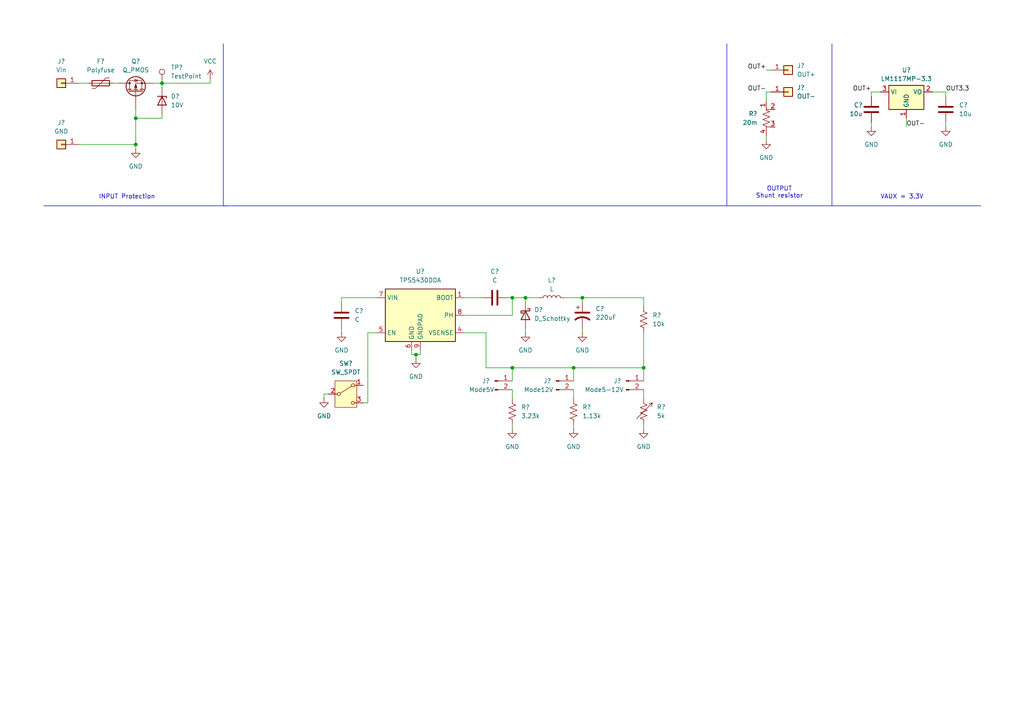
<source format=kicad_sch>
(kicad_sch (version 20250114) (generator "eeschema") (generator_version "9.0")
  (paper "A4")
  (title_block (title "TPS5430_Buck_Regulator") (rev "V1.0.0") (comment 1 "Draw by nhq") (comment 2 "Checked by ...") (comment 3 "Vin: 12-24V, Vout: 5V, 12V, 1.3V-12V"))
  (lib_symbols
    (symbol "Connector:Conn_01x02_Pin" (pin_names (offset 1.016) (hide yes))
      (property "Reference" "J" (at 0 2.54 0))
      (property "Value" "Conn_01x02_Pin" (at 0 -5.08 0))
      (symbol "Conn_01x02_Pin_1_1"
        (rectangle (start 0.8636 0.127) (end 0 -0.127) (stroke (width 0.1524)) (fill (type outline)))
        (rectangle (start 0.8636 -2.413) (end 0 -2.667) (stroke (width 0.1524)) (fill (type outline)))
        (polyline (pts (xy 1.27 0) (xy 0.8636 0)) (stroke (width 0.1524)))
        (polyline (pts (xy 1.27 -2.54) (xy 0.8636 -2.54)) (stroke (width 0.1524)))
        (pin passive line (at 5.08 0 180) (length 3.81) (name "Pin_1") (number "1"))
        (pin passive line (at 5.08 -2.54 180) (length 3.81) (name "Pin_2") (number "2"))
      )
    )
    (symbol "Connector:TestPoint" (pin_numbers (hide yes)) (pin_names (offset 0.762) (hide yes))
      (property "Reference" "TP" (at 0 6.858 0))
      (property "Value" "TestPoint" (at 0 5.08 0))
      (symbol "TestPoint_0_1"
        (circle (center 0 3.302) (radius 0.762))
      )
      (symbol "TestPoint_1_1"
        (pin passive line (at 0 0 90) (length 2.54) (name "1") (number "1"))
      )
    )
    (symbol "Connector_Generic:Conn_01x01" (pin_names (offset 1.016) (hide yes))
      (property "Reference" "J" (at 0 2.54 0))
      (property "Value" "Conn_01x01" (at 0 -2.54 0))
      (symbol "Conn_01x01_1_1"
        (rectangle (start -1.27 1.27) (end 1.27 -1.27) (stroke (width 0.254)) (fill (type background)))
        (rectangle (start -1.27 0.127) (end 0 -0.127) (stroke (width 0.1524)))
        (pin passive line (at -5.08 0 0) (length 3.81) (name "Pin_1") (number "1"))
      )
    )
    (symbol "Device:C" (pin_numbers (hide yes)) (pin_names (offset 0.254))
      (property "Reference" "C" (at 0.635 2.54 0))
      (property "Value" "C" (at 0.635 -2.54 0))
      (symbol "C_0_1"
        (polyline (pts (xy -2.032 0.762) (xy 2.032 0.762)) (stroke (width 0.508)))
        (polyline (pts (xy -2.032 -0.762) (xy 2.032 -0.762)) (stroke (width 0.508)))
      )
      (symbol "C_1_1"
        (pin passive line (at 0 3.81 270) (length 2.794) (name "~") (number "1"))
        (pin passive line (at 0 -3.81 90) (length 2.794) (name "~") (number "2"))
      )
    )
    (symbol "Device:C_Polarized_US" (pin_numbers (hide yes)) (pin_names (offset 0.254) (hide yes))
      (property "Reference" "C" (at 0.635 2.54 0))
      (property "Value" "C_Polarized_US" (at 0.635 -2.54 0))
      (symbol "C_Polarized_US_0_1"
        (polyline (pts (xy -2.032 0.762) (xy 2.032 0.762)) (stroke (width 0.508)))
        (polyline (pts (xy -1.778 2.286) (xy -0.762 2.286)))
        (polyline (pts (xy -1.27 1.778) (xy -1.27 2.794)))
        (arc (start -2.032 -1.27) (mid 0 -0.5572) (end 2.032 -1.27) (stroke (width 0.508)))
      )
      (symbol "C_Polarized_US_1_1"
        (pin passive line (at 0 3.81 270) (length 2.794) (name "~") (number "1"))
        (pin passive line (at 0 -3.81 90) (length 3.302) (name "~") (number "2"))
      )
    )
    (symbol "Device:D_Schottky" (pin_numbers (hide yes)) (pin_names (offset 1.016) (hide yes))
      (property "Reference" "D" (at 0 2.54 0))
      (property "Value" "D_Schottky" (at 0 -2.54 0))
      (symbol "D_Schottky_0_1"
        (polyline (pts (xy -1.905 0.635) (xy -1.905 1.27) (xy -1.27 1.27) (xy -1.27 -1.27) (xy -0.635 -1.27) (xy -0.635 -0.635)) (stroke (width 0.254)))
        (polyline (pts (xy 1.27 1.27) (xy 1.27 -1.27) (xy -1.27 0) (xy 1.27 1.27)) (stroke (width 0.254)))
        (polyline (pts (xy 1.27 0) (xy -1.27 0)))
      )
      (symbol "D_Schottky_1_1"
        (pin passive line (at -3.81 0 0) (length 2.54) (name "K") (number "1"))
        (pin passive line (at 3.81 0 180) (length 2.54) (name "A") (number "2"))
      )
    )
    (symbol "Device:D_Zener" (pin_numbers (hide yes)) (pin_names (offset 1.016) (hide yes))
      (property "Reference" "D" (at 0 2.54 0))
      (property "Value" "D_Zener" (at 0 -2.54 0))
      (symbol "D_Zener_0_1"
        (polyline (pts (xy -1.27 -1.27) (xy -1.27 1.27) (xy -0.762 1.27)) (stroke (width 0.254)))
        (polyline (pts (xy 1.27 0) (xy -1.27 0)))
        (polyline (pts (xy 1.27 -1.27) (xy 1.27 1.27) (xy -1.27 0) (xy 1.27 -1.27)) (stroke (width 0.254)))
      )
      (symbol "D_Zener_1_1"
        (pin passive line (at -3.81 0 0) (length 2.54) (name "K") (number "1"))
        (pin passive line (at 3.81 0 180) (length 2.54) (name "A") (number "2"))
      )
    )
    (symbol "Device:L" (pin_numbers (hide yes)) (pin_names (offset 1.016) (hide yes))
      (property "Reference" "L" (at -1.27 0 90))
      (property "Value" "L" (at 1.905 0 90))
      (symbol "L_0_1"
        (arc (start 0 2.54) (mid 0.6323 1.905) (end 0 1.27))
        (arc (start 0 1.27) (mid 0.6323 0.635) (end 0 0))
        (arc (start 0 0) (mid 0.6323 -0.635) (end 0 -1.27))
        (arc (start 0 -1.27) (mid 0.6323 -1.905) (end 0 -2.54))
      )
      (symbol "L_1_1"
        (pin passive line (at 0 3.81 270) (length 1.27) (name "1") (number "1"))
        (pin passive line (at 0 -3.81 90) (length 1.27) (name "2") (number "2"))
      )
    )
    (symbol "Device:Polyfuse" (pin_numbers (hide yes)) (pin_names (offset 0))
      (property "Reference" "F" (at -2.54 0 90))
      (property "Value" "Polyfuse" (at 2.54 0 90))
      (symbol "Polyfuse_0_1"
        (polyline (pts (xy -1.524 2.54) (xy -1.524 1.524) (xy 1.524 -1.524) (xy 1.524 -2.54)))
        (rectangle (start -0.762 2.54) (end 0.762 -2.54) (stroke (width 0.254)))
        (polyline (pts (xy 0 2.54) (xy 0 -2.54)))
      )
      (symbol "Polyfuse_1_1"
        (pin passive line (at 0 3.81 270) (length 1.27) (name "~") (number "1"))
        (pin passive line (at 0 -3.81 90) (length 1.27) (name "~") (number "2"))
      )
    )
    (symbol "Device:Q_PMOS" (pin_numbers (hide yes)) (pin_names (offset 0) (hide yes))
      (property "Reference" "Q" (at 5.08 1.27 0))
      (property "Value" "Q_PMOS" (at 5.08 -1.27 0))
      (symbol "Q_PMOS_0_1"
        (polyline (pts (xy 0.254 1.905) (xy 0.254 -1.905)) (stroke (width 0.254)))
        (polyline (pts (xy 0.254 0) (xy -2.54 0)))
        (polyline (pts (xy 0.762 2.286) (xy 0.762 1.27)) (stroke (width 0.254)))
        (polyline (pts (xy 0.762 1.778) (xy 3.302 1.778) (xy 3.302 -1.778) (xy 0.762 -1.778)))
        (polyline (pts (xy 0.762 0.508) (xy 0.762 -0.508)) (stroke (width 0.254)))
        (polyline (pts (xy 0.762 -1.27) (xy 0.762 -2.286)) (stroke (width 0.254)))
        (circle (center 1.651 0) (radius 2.794) (stroke (width 0.254)))
        (polyline (pts (xy 2.286 0) (xy 1.27 0.381) (xy 1.27 -0.381) (xy 2.286 0)) (fill (type outline)))
        (polyline (pts (xy 2.54 2.54) (xy 2.54 1.778)))
        (circle (center 2.54 1.778) (radius 0.254) (fill (type outline)))
        (circle (center 2.54 -1.778) (radius 0.254) (fill (type outline)))
        (polyline (pts (xy 2.54 -2.54) (xy 2.54 0) (xy 0.762 0)))
        (polyline (pts (xy 2.921 -0.381) (xy 3.683 -0.381)))
        (polyline (pts (xy 3.302 -0.381) (xy 2.921 0.254) (xy 3.683 0.254) (xy 3.302 -0.381)))
      )
      (symbol "Q_PMOS_1_1"
        (pin input line (at -5.08 0 0) (length 2.54) (name "G") (number "G"))
        (pin passive line (at 2.54 5.08 270) (length 2.54) (name "D") (number "D"))
        (pin passive line (at 2.54 -5.08 90) (length 2.54) (name "S") (number "S"))
      )
    )
    (symbol "Device:R_Shunt_US" (pin_names (offset 0) (hide yes))
      (property "Reference" "R" (at -5.08 0 90))
      (property "Value" "R_Shunt_US" (at -3.048 0 90))
      (symbol "R_Shunt_US_1_1"
        (polyline (pts (xy 0 2.286) (xy 0 2.54)))
        (polyline (pts (xy 0 2.286) (xy 1.016 1.905) (xy 0 1.524) (xy -1.016 1.143) (xy 0 0.762)))
        (polyline (pts (xy 0 0.762) (xy 1.016 0.381) (xy 0 0) (xy -1.016 -0.381) (xy 0 -0.762)))
        (polyline (pts (xy 0 -0.762) (xy 1.016 -1.143) (xy 0 -1.524) (xy -1.016 -1.905) (xy 0 -2.286)))
        (polyline (pts (xy 0 -2.286) (xy 0 -2.54)))
        (polyline (pts (xy 0 -2.54) (xy 1.27 -2.54)))
        (polyline (pts (xy 1.27 2.54) (xy 0 2.54)))
        (pin passive line (at 0 5.08 270) (length 2.54) (name "~") (number "1"))
        (pin passive line (at 0 -5.08 90) (length 2.54) (name "~") (number "4"))
        (pin passive line (at 2.54 2.54 180) (length 1.27) (name "~") (number "2"))
        (pin passive line (at 2.54 -2.54 180) (length 1.27) (name "~") (number "3"))
      )
    )
    (symbol "Device:R_US" (pin_numbers (hide yes)) (pin_names (offset 0))
      (property "Reference" "R" (at 2.54 0 90))
      (property "Value" "R_US" (at -2.54 0 90))
      (symbol "R_US_0_1"
        (polyline (pts (xy 0 2.286) (xy 0 2.54)))
        (polyline (pts (xy 0 2.286) (xy 1.016 1.905) (xy 0 1.524) (xy -1.016 1.143) (xy 0 0.762)))
        (polyline (pts (xy 0 0.762) (xy 1.016 0.381) (xy 0 0) (xy -1.016 -0.381) (xy 0 -0.762)))
        (polyline (pts (xy 0 -0.762) (xy 1.016 -1.143) (xy 0 -1.524) (xy -1.016 -1.905) (xy 0 -2.286)))
        (polyline (pts (xy 0 -2.286) (xy 0 -2.54)))
      )
      (symbol "R_US_1_1"
        (pin passive line (at 0 3.81 270) (length 1.27) (name "~") (number "1"))
        (pin passive line (at 0 -3.81 90) (length 1.27) (name "~") (number "2"))
      )
    )
    (symbol "Device:R_Variable_US" (pin_numbers (hide yes)) (pin_names (offset 0))
      (property "Reference" "R" (at 2.54 -2.54 90))
      (property "Value" "R_Variable_US" (at -2.54 -1.27 90))
      (symbol "R_Variable_US_0_1"
        (polyline (pts (xy 0 2.286) (xy 0 2.54)))
        (polyline (pts (xy 0 2.286) (xy 1.016 1.905) (xy 0 1.524) (xy -1.016 1.143) (xy 0 0.762)) (stroke (width 0.1524)))
        (polyline (pts (xy 0 0.762) (xy 1.016 0.381) (xy 0 0) (xy -1.016 -0.381) (xy 0 -0.762)))
        (polyline (pts (xy 0 -0.762) (xy 1.016 -1.143) (xy 0 -1.524) (xy -1.016 -1.905) (xy 0 -2.286)))
        (polyline (pts (xy 0 -2.286) (xy 0 -2.54)))
        (polyline (pts (xy 2.286 1.524) (xy 2.54 2.54) (xy 1.524 2.286) (xy 2.54 2.54) (xy -2.032 -2.032)) (stroke (width 0.1524)))
      )
      (symbol "R_Variable_US_1_1"
        (pin passive line (at 0 3.81 270) (length 1.27) (name "~") (number "1"))
        (pin passive line (at 0 -3.81 90) (length 1.27) (name "~") (number "2"))
      )
    )
    (symbol "Regulator_Linear:LM1117MP-3.3"
      (property "Reference" "U" (at -3.81 3.175 0))
      (property "Value" "LM1117MP-3.3" (at 0 3.175 0))
      (symbol "LM1117MP-3.3_0_1"
        (rectangle (start -5.08 -5.08) (end 5.08 1.905) (stroke (width 0.254)) (fill (type background)))
      )
      (symbol "LM1117MP-3.3_1_1"
        (pin power_in line (at -7.62 0 0) (length 2.54) (name "VI") (number "3"))
        (pin power_in line (at 0 -7.62 90) (length 2.54) (name "GND") (number "1"))
        (pin power_out line (at 7.62 0 180) (length 2.54) (name "VO") (number "2"))
      )
    )
    (symbol "Regulator_Switching:TPS5430DDA"
      (property "Reference" "U" (at -10.16 8.89 0))
      (property "Value" "TPS5430DDA" (at -1.27 8.89 0))
      (symbol "TPS5430DDA_0_1"
        (rectangle (start -10.16 7.62) (end 10.16 -7.62) (stroke (width 0.254)) (fill (type background)))
      )
      (symbol "TPS5430DDA_1_1"
        (pin power_in line (at -12.7 5.08 0) (length 2.54) (name "VIN") (number "7"))
        (pin input line (at -12.7 -5.08 0) (length 2.54) (name "EN") (number "5"))
        (pin no_connect line (at -10.16 2.54 0) (length 2.54) (hide yes) (name "NC") (number "2"))
        (pin no_connect line (at -10.16 -2.54 0) (length 2.54) (hide yes) (name "NC") (number "3"))
        (pin power_in line (at -2.54 -10.16 90) (length 2.54) (name "GND") (number "6"))
        (pin power_in line (at 0 -10.16 90) (length 2.54) (name "GNDPAD") (number "9"))
        (pin input line (at 12.7 5.08 180) (length 2.54) (name "BOOT") (number "1"))
        (pin output line (at 12.7 0 180) (length 2.54) (name "PH") (number "8"))
        (pin input line (at 12.7 -5.08 180) (length 2.54) (name "VSENSE") (number "4"))
      )
    )
    (symbol "Switch:SW_SPDT" (pin_names (offset 0) (hide yes))
      (property "Reference" "SW" (at 0 5.08 0))
      (property "Value" "SW_SPDT" (at 0 -5.08 0))
      (symbol "SW_SPDT_0_1"
        (circle (center -2.032 0) (radius 0.4572))
        (polyline (pts (xy -1.651 0.254) (xy 1.651 2.286)))
        (circle (center 2.032 2.54) (radius 0.4572))
        (circle (center 2.032 -2.54) (radius 0.4572))
      )
      (symbol "SW_SPDT_1_1"
        (rectangle (start -3.175 3.81) (end 3.175 -3.81) (fill (type background)))
        (pin passive line (at -5.08 0 0) (length 2.54) (name "B") (number "2"))
        (pin passive line (at 5.08 2.54 180) (length 2.54) (name "A") (number "1"))
        (pin passive line (at 5.08 -2.54 180) (length 2.54) (name "C") (number "3"))
      )
    )
    (symbol "power:GND" (power) (pin_numbers (hide yes)) (pin_names (offset 0) (hide yes))
      (property "Value" "GND" (at 0 -3.81 0))
      (symbol "GND_0_1"
        (polyline (pts (xy 0 0) (xy 0 -1.27) (xy 1.27 -1.27) (xy 0 -2.54) (xy -1.27 -1.27) (xy 0 -1.27)))
      )
      (symbol "GND_1_1"
        (pin power_in line (at 0 0 270) (length 0) (name "~") (number "1"))
      )
    )
    (symbol "power:VCC" (power) (pin_numbers (hide yes)) (pin_names (offset 0) (hide yes))
      (property "Value" "VCC" (at 0 3.556 0))
      (symbol "VCC_0_1"
        (polyline (pts (xy -0.762 1.27) (xy 0 2.54)))
        (polyline (pts (xy 0 2.54) (xy 0.762 1.27)))
        (polyline (pts (xy 0 0) (xy 0 2.54)))
      )
      (symbol "VCC_1_1"
        (pin power_in line (at 0 0 90) (length 0) (name "~") (number "1"))
      )
    )
  )
  (text "OUTPUT\nShunt resistor" (at 226.06 55.88 0) (effects (font (size 1.27 1.27) (thickness 0.1588))))
  (text "VAUX = 3.3V" (at 261.62 57.15 0) (effects (font (size 1.27 1.27) (thickness 0.1588))))
  (text "INPUT Protection" (at 36.83 57.15 0) (effects (font (size 1.27 1.27) (thickness 0.1588))))
  (junction (at 148.59 86.36))
  (junction (at 186.69 106.68))
  (junction (at 152.4 86.36))
  (junction (at 39.37 34.29))
  (junction (at 148.59 106.68))
  (junction (at 168.91 86.36))
  (junction (at 39.37 41.91))
  (junction (at 46.99 24.13))
  (junction (at 166.37 106.68))
  (junction (at 120.65 102.87))
  (polyline (pts (xy 12.7 59.69) (xy 210.82 59.69)))
  (wire (pts (xy 46.99 24.13) (xy 44.45 24.13)))
  (wire (pts (xy 105.41 116.84) (xy 106.68 116.84)))
  (wire (pts (xy 148.59 113.03) (xy 148.59 115.57)))
  (wire (pts (xy 106.68 96.52) (xy 109.22 96.52)))
  (wire (pts (xy 148.59 106.68) (xy 166.37 106.68)))
  (wire (pts (xy 222.25 39.37) (xy 222.25 40.64)))
  (wire (pts (xy 120.65 102.87) (xy 121.92 102.87)))
  (wire (pts (xy 262.89 34.29) (xy 262.89 36.83)))
  (wire (pts (xy 270.51 26.67) (xy 274.32 26.67)))
  (wire (pts (xy 140.97 96.52) (xy 134.62 96.52)))
  (wire (pts (xy 60.96 22.86) (xy 60.96 24.13)))
  (wire (pts (xy 22.86 41.91) (xy 39.37 41.91)))
  (wire (pts (xy 99.06 86.36) (xy 99.06 87.63)))
  (wire (pts (xy 148.59 91.44) (xy 148.59 86.36)))
  (wire (pts (xy 252.73 26.67) (xy 255.27 26.67)))
  (wire (pts (xy 148.59 123.19) (xy 148.59 124.46)))
  (wire (pts (xy 99.06 95.25) (xy 99.06 96.52)))
  (wire (pts (xy 186.69 96.52) (xy 186.69 106.68)))
  (wire (pts (xy 274.32 35.56) (xy 274.32 36.83)))
  (polyline (pts (xy 241.3 12.7) (xy 241.3 59.69)))
  (wire (pts (xy 120.65 102.87) (xy 120.65 104.14)))
  (wire (pts (xy 166.37 123.19) (xy 166.37 124.46)))
  (wire (pts (xy 148.59 86.36) (xy 152.4 86.36)))
  (wire (pts (xy 39.37 34.29) (xy 39.37 41.91)))
  (wire (pts (xy 274.32 26.67) (xy 274.32 27.94)))
  (wire (pts (xy 93.98 115.57) (xy 93.98 114.3)))
  (polyline (pts (xy 64.77 59.69) (xy 66.04 59.69)))
  (wire (pts (xy 186.69 86.36) (xy 168.91 86.36)))
  (wire (pts (xy 39.37 31.75) (xy 39.37 34.29)))
  (wire (pts (xy 166.37 106.68) (xy 186.69 106.68)))
  (wire (pts (xy 99.06 86.36) (xy 109.22 86.36)))
  (wire (pts (xy 147.32 86.36) (xy 148.59 86.36)))
  (wire (pts (xy 186.69 123.19) (xy 186.69 124.46)))
  (wire (pts (xy 120.65 102.87) (xy 119.38 102.87)))
  (wire (pts (xy 222.25 26.67) (xy 223.52 26.67)))
  (wire (pts (xy 152.4 86.36) (xy 156.21 86.36)))
  (wire (pts (xy 222.25 20.32) (xy 223.52 20.32)))
  (wire (pts (xy 22.86 24.13) (xy 25.4 24.13)))
  (wire (pts (xy 222.25 26.67) (xy 222.25 29.21)))
  (wire (pts (xy 134.62 86.36) (xy 139.7 86.36)))
  (polyline (pts (xy 210.82 12.7) (xy 210.82 59.69)))
  (wire (pts (xy 252.73 26.67) (xy 252.73 27.94)))
  (polyline (pts (xy 241.3 59.69) (xy 284.48 59.69)))
  (wire (pts (xy 186.69 88.9) (xy 186.69 86.36)))
  (wire (pts (xy 163.83 86.36) (xy 168.91 86.36)))
  (wire (pts (xy 148.59 106.68) (xy 148.59 110.49)))
  (wire (pts (xy 186.69 113.03) (xy 186.69 115.57)))
  (wire (pts (xy 33.02 24.13) (xy 34.29 24.13)))
  (wire (pts (xy 140.97 106.68) (xy 148.59 106.68)))
  (wire (pts (xy 166.37 113.03) (xy 166.37 115.57)))
  (wire (pts (xy 121.92 101.6) (xy 121.92 102.87)))
  (polyline (pts (xy 64.77 12.7) (xy 64.77 59.69)))
  (wire (pts (xy 46.99 24.13) (xy 60.96 24.13)))
  (wire (pts (xy 119.38 101.6) (xy 119.38 102.87)))
  (wire (pts (xy 166.37 106.68) (xy 166.37 110.49)))
  (wire (pts (xy 168.91 86.36) (xy 168.91 87.63)))
  (wire (pts (xy 252.73 35.56) (xy 252.73 36.83)))
  (wire (pts (xy 39.37 34.29) (xy 46.99 34.29)))
  (wire (pts (xy 46.99 34.29) (xy 46.99 33.02)))
  (wire (pts (xy 140.97 96.52) (xy 140.97 106.68)))
  (polyline (pts (xy 210.82 59.69) (xy 241.3 59.69)))
  (wire (pts (xy 93.98 114.3) (xy 95.25 114.3)))
  (wire (pts (xy 39.37 41.91) (xy 39.37 43.18)))
  (wire (pts (xy 168.91 95.25) (xy 168.91 96.52)))
  (wire (pts (xy 106.68 96.52) (xy 106.68 116.84)))
  (wire (pts (xy 186.69 106.68) (xy 186.69 110.49)))
  (wire (pts (xy 46.99 25.4) (xy 46.99 24.13)))
  (wire (pts (xy 134.62 91.44) (xy 148.59 91.44)))
  (wire (pts (xy 152.4 95.25) (xy 152.4 96.52)))
  (wire (pts (xy 152.4 86.36) (xy 152.4 87.63)))
  (label "OUT-" (at 262.89 36.83 0))
  (label "OUT3.3" (at 274.32 26.67 0))
  (label "OUT+" (at 252.73 26.67 180))
  (label "OUT+" (at 222.25 20.32 180))
  (label "OUT-" (at 222.25 26.67 180))
  (symbol (lib_id "power:GND") (at 168.91 96.52 0) (unit 1)
    (property "Reference" "#PWR03" (effects (hide yes)))
    (property "Value" "GND" (at 168.91 101.6 0))
    (property "Description" "Power symbol creates a global label with name \"GND\" , ground" (effects (hide yes)))
  )
  (symbol (lib_id "Connector_Generic:Conn_01x01") (at 228.6 20.32 0) (unit 1)
    (property "Reference" "J?" (at 231.14 19.0499 0) (effects (justify left)))
    (property "Value" "OUT+" (at 231.14 21.5899 0) (effects (justify left)))
    (property "Description" "Generic connector, single row, 01x01, script generated (kicad-library-utils/schlib/autogen/connector/)" (effects (hide yes)))
  )
  (symbol (lib_id "Device:C") (at 252.73 31.75 180) (unit 1)
    (property "Reference" "C?" (at 247.65 30.48 0) (effects (justify right)))
    (property "Value" "10u" (at 246.38 33.02 0) (effects (justify right)))
    (property "Description" "Unpolarized capacitor" (effects (hide yes)))
  )
  (symbol (lib_id "Device:D_Schottky") (at 152.4 91.44 270) (unit 1)
    (property "Reference" "D?" (at 154.94 89.8524 90) (effects (justify left)))
    (property "Value" "D_Schottky" (at 154.94 92.3924 90) (effects (justify left)))
    (property "Description" "Schottky diode" (effects (hide yes)))
  )
  (symbol (lib_id "Switch:SW_SPDT") (at 100.33 114.3 0) (unit 1)
    (property "Reference" "SW?" (at 100.33 105.41 0))
    (property "Value" "SW_SPDT" (at 100.33 107.95 0))
    (property "Description" "Switch, single pole double throw" (effects (hide yes)))
  )
  (symbol (lib_id "Connector_Generic:Conn_01x01") (at 228.6 26.67 0) (unit 1)
    (property "Reference" "J?" (at 231.14 25.3999 0) (effects (justify left)))
    (property "Value" "OUT-" (at 231.14 27.9399 0) (effects (justify left)))
    (property "Description" "Generic connector, single row, 01x01, script generated (kicad-library-utils/schlib/autogen/connector/)" (effects (hide yes)))
  )
  (symbol (lib_id "power:GND") (at 99.06 96.52 0) (unit 1)
    (property "Reference" "#PWR05" (effects (hide yes)))
    (property "Value" "GND" (at 99.06 101.6 0))
    (property "Description" "Power symbol creates a global label with name \"GND\" , ground" (effects (hide yes)))
  )
  (symbol (lib_id "Connector:TestPoint") (at 46.99 24.13 0) (unit 1)
    (property "Reference" "TP?" (at 49.53 19.5579 0) (effects (justify left)))
    (property "Value" "TestPoint" (at 49.53 22.0979 0) (effects (justify left)))
    (property "Description" "test point" (effects (hide yes)))
  )
  (symbol (lib_id "Device:Q_PMOS") (at 39.37 26.67 90) (unit 1)
    (property "Reference" "Q?" (at 39.37 17.78 90))
    (property "Value" "Q_PMOS" (at 39.37 20.32 90))
    (property "Description" "P-MOSFET transistor" (effects (hide yes)))
  )
  (symbol (lib_id "Device:R_Shunt_US") (at 222.25 34.29 0) (unit 1)
    (property "Reference" "R?" (at 219.71 33.0199 0) (effects (justify right)))
    (property "Value" "20m" (at 219.71 35.5599 0) (effects (justify right)))
    (property "Description" "Shunt resistor with Kelvin connections, US symbol" (effects (hide yes)))
  )
  (symbol (lib_id "power:GND") (at 186.69 124.46 0) (unit 1)
    (property "Reference" "#PWR012" (effects (hide yes)))
    (property "Value" "GND" (at 186.69 129.54 0))
    (property "Description" "Power symbol creates a global label with name \"GND\" , ground" (effects (hide yes)))
  )
  (symbol (lib_id "Connector:Conn_01x02_Pin") (at 143.51 110.49 0) (unit 1)
    (property "Reference" "J?" (at 140.97 110.49 0))
    (property "Value" "Mode5V" (at 139.7 113.03 0))
    (property "Description" "Generic connector, single row, 01x02, script generated" (effects (hide yes)))
  )
  (symbol (lib_id "Device:C") (at 99.06 91.44 0) (unit 1)
    (property "Reference" "C?" (at 102.87 90.1699 0) (effects (justify left)))
    (property "Value" "C" (at 102.87 92.7099 0) (effects (justify left)))
    (property "Description" "Unpolarized capacitor" (effects (hide yes)))
  )
  (symbol (lib_id "Connector_Generic:Conn_01x01") (at 17.78 41.91 180) (unit 1)
    (property "Reference" "J?" (at 17.78 35.56 0))
    (property "Value" "GND" (at 17.78 38.1 0))
    (property "Description" "Generic connector, single row, 01x01, script generated (kicad-library-utils/schlib/autogen/connector/)" (effects (hide yes)))
  )
  (symbol (lib_id "Regulator_Switching:TPS5430DDA") (at 121.92 91.44 0) (unit 1)
    (property "Reference" "U?" (at 121.92 78.74 0))
    (property "Value" "TPS5430DDA" (at 121.92 81.28 0))
    (property "Footprint" "Package_SO:TI_SO-PowerPAD-8_ThermalVias" (effects (hide yes)))
    (property "Datasheet" "http://www.ti.com/lit/ds/symlink/tps5430.pdf" (effects (hide yes)))
    (property "Description" "3A, Step Down Swift Converter, Adjustable Output Voltage, 5.5-36V Input Voltage, PowerSO-8" (effects (hide yes)))
  )
  (symbol (lib_id "Regulator_Linear:LM1117MP-3.3") (at 262.89 26.67 0) (unit 1)
    (property "Reference" "U?" (at 262.89 20.32 0))
    (property "Value" "LM1117MP-3.3" (at 262.89 22.86 0))
    (property "Footprint" "Package_TO_SOT_SMD:SOT-223-3_TabPin2" (effects (hide yes)))
    (property "Datasheet" "http://www.ti.com/lit/ds/symlink/lm1117.pdf" (effects (hide yes)))
    (property "Description" "800mA Low-Dropout Linear Regulator, 3.3V fixed output, SOT-223" (effects (hide yes)))
  )
  (symbol (lib_id "power:GND") (at 93.98 115.57 0) (unit 1)
    (property "Reference" "#PWR08" (effects (hide yes)))
    (property "Value" "GND" (at 93.98 120.65 0))
    (property "Description" "Power symbol creates a global label with name \"GND\" , ground" (effects (hide yes)))
  )
  (symbol (lib_id "Device:C_Polarized_US") (at 168.91 91.44 0) (unit 1)
    (property "Reference" "C?" (at 172.72 89.5349 0) (effects (justify left)))
    (property "Value" "220uF" (at 172.72 92.0749 0) (effects (justify left)))
    (property "Description" "Polarized capacitor, US symbol" (effects (hide yes)))
  )
  (symbol (lib_id "power:GND") (at 120.65 104.14 0) (unit 1)
    (property "Reference" "#PWR06" (effects (hide yes)))
    (property "Value" "GND" (at 120.65 109.22 0))
    (property "Description" "Power symbol creates a global label with name \"GND\" , ground" (effects (hide yes)))
  )
  (symbol (lib_id "Device:R_US") (at 148.59 119.38 0) (unit 1)
    (property "Reference" "R?" (at 151.13 118.1099 0) (effects (justify left)))
    (property "Value" "3.23k" (at 151.13 120.6499 0) (effects (justify left)))
    (property "Description" "Resistor, US symbol" (effects (hide yes)))
  )
  (symbol (lib_id "Device:L") (at 160.02 86.36 90) (unit 1)
    (property "Reference" "L?" (at 160.02 81.28 90))
    (property "Value" "L" (at 160.02 83.82 90))
    (property "Description" "Inductor" (effects (hide yes)))
  )
  (symbol (lib_id "power:GND") (at 252.73 36.83 0) (unit 1)
    (property "Reference" "#PWR09" (effects (hide yes)))
    (property "Value" "GND" (at 252.73 41.91 0))
    (property "Description" "Power symbol creates a global label with name \"GND\" , ground" (effects (hide yes)))
  )
  (symbol (lib_id "power:GND") (at 274.32 36.83 0) (unit 1)
    (property "Reference" "#PWR010" (effects (hide yes)))
    (property "Value" "GND" (at 274.32 41.91 0))
    (property "Description" "Power symbol creates a global label with name \"GND\" , ground" (effects (hide yes)))
  )
  (symbol (lib_id "Device:C") (at 143.51 86.36 90) (unit 1)
    (property "Reference" "C?" (at 143.51 78.74 90))
    (property "Value" "C" (at 143.51 81.28 90))
    (property "Description" "Unpolarized capacitor" (effects (hide yes)))
  )
  (symbol (lib_id "Device:D_Zener") (at 46.99 29.21 270) (unit 1)
    (property "Reference" "D?" (at 49.53 27.9399 90) (effects (justify left)))
    (property "Value" "10V" (at 49.53 30.4799 90) (effects (justify left)))
    (property "Description" "Zener diode" (effects (hide yes)))
  )
  (symbol (lib_id "Device:R_US") (at 186.69 92.71 0) (unit 1)
    (property "Reference" "R?" (at 189.23 91.4399 0) (effects (justify left)))
    (property "Value" "10k" (at 189.23 93.9799 0) (effects (justify left)))
    (property "Description" "Resistor, US symbol" (effects (hide yes)))
  )
  (symbol (lib_id "Connector:Conn_01x02_Pin") (at 161.29 110.49 0) (unit 1)
    (property "Reference" "J?" (at 158.75 110.49 0))
    (property "Value" "Mode12V" (at 156.21 113.03 0))
    (property "Description" "Generic connector, single row, 01x02, script generated" (effects (hide yes)))
  )
  (symbol (lib_id "power:GND") (at 222.25 40.64 0) (unit 1)
    (property "Reference" "#PWR07" (effects (hide yes)))
    (property "Value" "GND" (at 222.25 45.72 0))
    (property "Description" "Power symbol creates a global label with name \"GND\" , ground" (effects (hide yes)))
  )
  (symbol (lib_id "power:GND") (at 166.37 124.46 0) (unit 1)
    (property "Reference" "#PWR011" (effects (hide yes)))
    (property "Value" "GND" (at 166.37 129.54 0))
    (property "Description" "Power symbol creates a global label with name \"GND\" , ground" (effects (hide yes)))
  )
  (symbol (lib_id "Connector_Generic:Conn_01x01") (at 17.78 24.13 180) (unit 1)
    (property "Reference" "J?" (at 17.78 17.78 0))
    (property "Value" "Vin" (at 17.78 20.32 0))
    (property "Description" "Generic connector, single row, 01x01, script generated (kicad-library-utils/schlib/autogen/connector/)" (effects (hide yes)))
  )
  (symbol (lib_id "power:GND") (at 39.37 43.18 0) (unit 1)
    (property "Reference" "#PWR01" (effects (hide yes)))
    (property "Value" "GND" (at 39.37 48.26 0))
    (property "Description" "Power symbol creates a global label with name \"GND\" , ground" (effects (hide yes)))
  )
  (symbol (lib_id "Connector:Conn_01x02_Pin") (at 181.61 110.49 0) (unit 1)
    (property "Reference" "J?" (at 179.07 110.49 0))
    (property "Value" "Mode5-12V" (at 175.26 113.03 0))
    (property "Description" "Generic connector, single row, 01x02, script generated" (effects (hide yes)))
  )
  (symbol (lib_id "power:GND") (at 148.59 124.46 0) (unit 1)
    (property "Reference" "#PWR04" (effects (hide yes)))
    (property "Value" "GND" (at 148.59 129.54 0))
    (property "Description" "Power symbol creates a global label with name \"GND\" , ground" (effects (hide yes)))
  )
  (symbol (lib_id "power:VCC") (at 60.96 22.86 0) (unit 1)
    (property "Reference" "#PWR013" (effects (hide yes)))
    (property "Value" "VCC" (at 60.96 17.78 0))
    (property "Description" "Power symbol creates a global label with name \"VCC\"" (effects (hide yes)))
  )
  (symbol (lib_id "Device:R_US") (at 166.37 119.38 0) (unit 1)
    (property "Reference" "R?" (at 168.91 118.1099 0) (effects (justify left)))
    (property "Value" "1.13k" (at 168.91 120.6499 0) (effects (justify left)))
    (property "Description" "Resistor, US symbol" (effects (hide yes)))
  )
  (symbol (lib_id "Device:Polyfuse") (at 29.21 24.13 90) (unit 1)
    (property "Reference" "F?" (at 29.21 17.78 90))
    (property "Value" "Polyfuse" (at 29.21 20.32 90))
    (property "Description" "Resettable fuse, polymeric positive temperature coefficient" (effects (hide yes)))
  )
  (symbol (lib_id "power:GND") (at 152.4 96.52 0) (unit 1)
    (property "Reference" "#PWR02" (effects (hide yes)))
    (property "Value" "GND" (at 152.4 101.6 0))
    (property "Description" "Power symbol creates a global label with name \"GND\" , ground" (effects (hide yes)))
  )
  (symbol (lib_id "Device:R_Variable_US") (at 186.69 119.38 0) (unit 1)
    (property "Reference" "R?" (at 190.5 118.0718 0) (effects (justify left)))
    (property "Value" "5k" (at 190.5 120.6118 0) (effects (justify left)))
    (property "Description" "Variable resistor, US symbol" (effects (hide yes)))
  )
  (symbol (lib_id "Device:C") (at 274.32 31.75 180) (unit 1)
    (property "Reference" "C?" (at 278.13 30.4799 0) (effects (justify right)))
    (property "Value" "10u" (at 278.13 33.0199 0) (effects (justify right)))
    (property "Description" "Unpolarized capacitor" (effects (hide yes)))
  )
)
</source>
